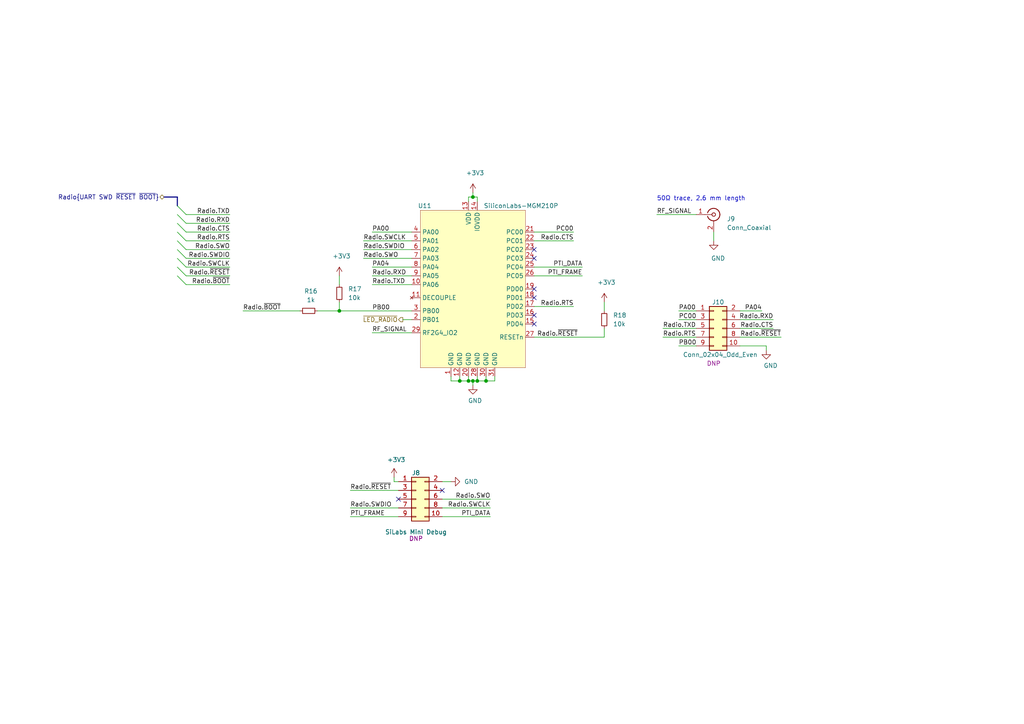
<source format=kicad_sch>
(kicad_sch (version 20210621) (generator eeschema)
  (paper "A4")
  (title_block (title "802.15.4 Radio (Zigbee/Thread)") (date "2021-01-12") (rev "0.1") (company "Nabu Casa") (comment 1 "www.nabucasa.com") (comment 2 "Light Blue"))
  (lib_symbols
    (symbol "Connector:Conn_Coaxial" (pin_names (offset 1.016) hide)
      (property "Reference" "J" (at 0.254 3.048 0))
      (property "Value" "Conn_Coaxial" (at 2.921 0 90))
      (symbol "Conn_Coaxial_0_1"
        (arc (start -1.778 0.508) (end 1.778 0) (radius (at -0.0508 0) (length 1.8034) (angles 163.6 0)) (stroke (width 0.254)))
        (arc (start 1.778 0) (end -1.778 -0.508) (radius (at -0.0254 0) (length 1.8034) (angles 0 -163.8)) (stroke (width 0.254)))
        (circle (center 0 0) (radius 0.508) (stroke (width 0.2032)))
        (polyline (pts (xy -2.54 0) (xy -0.508 0)))
        (polyline (pts (xy 0 -2.54) (xy 0 -1.778)))
      )
      (symbol "Conn_Coaxial_1_1"
        (pin passive line (at -5.08 0 0) (length 2.54) (name "In") (number "1"))
        (pin passive line (at 0 -5.08 90) (length 2.54) (name "Ext") (number "2"))
      )
    )
    (symbol "Connector_Generic:Conn_02x05_Odd_Even" (pin_names (offset 1.016) hide)
      (property "Reference" "J" (at 1.27 7.62 0))
      (property "Value" "Conn_02x05_Odd_Even" (at 1.27 -7.62 0))
      (symbol "Conn_02x05_Odd_Even_1_1"
        (rectangle (start -1.27 -4.953) (end 0 -5.207) (stroke (width 0.1524)))
        (rectangle (start -1.27 -2.413) (end 0 -2.667) (stroke (width 0.1524)))
        (rectangle (start -1.27 0.127) (end 0 -0.127) (stroke (width 0.1524)))
        (rectangle (start -1.27 2.667) (end 0 2.413) (stroke (width 0.1524)))
        (rectangle (start -1.27 5.207) (end 0 4.953) (stroke (width 0.1524)))
        (rectangle (start 3.81 -4.953) (end 2.54 -5.207) (stroke (width 0.1524)))
        (rectangle (start 3.81 -2.413) (end 2.54 -2.667) (stroke (width 0.1524)))
        (rectangle (start 3.81 0.127) (end 2.54 -0.127) (stroke (width 0.1524)))
        (rectangle (start 3.81 2.667) (end 2.54 2.413) (stroke (width 0.1524)))
        (rectangle (start 3.81 5.207) (end 2.54 4.953) (stroke (width 0.1524)))
        (rectangle (start -1.27 6.35) (end 3.81 -6.35) (stroke (width 0.254)) (fill (type background)))
        (pin passive line (at -5.08 5.08 0) (length 3.81) (name "Pin_1") (number "1"))
        (pin passive line (at 7.62 -5.08 180) (length 3.81) (name "Pin_10") (number "10"))
        (pin passive line (at 7.62 5.08 180) (length 3.81) (name "Pin_2") (number "2"))
        (pin passive line (at -5.08 2.54 0) (length 3.81) (name "Pin_3") (number "3"))
        (pin passive line (at 7.62 2.54 180) (length 3.81) (name "Pin_4") (number "4"))
        (pin passive line (at -5.08 0 0) (length 3.81) (name "Pin_5") (number "5"))
        (pin passive line (at 7.62 0 180) (length 3.81) (name "Pin_6") (number "6"))
        (pin passive line (at -5.08 -2.54 0) (length 3.81) (name "Pin_7") (number "7"))
        (pin passive line (at 7.62 -2.54 180) (length 3.81) (name "Pin_8") (number "8"))
        (pin passive line (at -5.08 -5.08 0) (length 3.81) (name "Pin_9") (number "9"))
      )
    )
    (symbol "Device:R_Small" (pin_numbers hide) (pin_names (offset 0.254) hide)
      (property "Reference" "R" (at 0.762 0.508 0))
      (property "Value" "R_Small" (at 0.762 -1.016 0))
      (symbol "R_Small_0_1"
        (rectangle (start -0.762 1.778) (end 0.762 -1.778) (stroke (width 0.2032)))
      )
      (symbol "R_Small_1_1"
        (pin passive line (at 0 2.54 270) (length 0.762) (name "~") (number "1"))
        (pin passive line (at 0 -2.54 90) (length 0.762) (name "~") (number "2"))
      )
    )
    (symbol "LightBlue:SiliconLabs-MGM210P"
      (property "Reference" "U" (at -13.97 24.13 0))
      (property "Value" "SiliconLabs-MGM210P" (at 19.05 -25.4 0))
      (symbol "SiliconLabs-MGM210P_0_1"
        (rectangle (start -15.24 22.86) (end 15.24 -22.86) (stroke (width 0.001)) (fill (type background)))
      )
      (symbol "SiliconLabs-MGM210P_1_1"
        (pin power_in line (at -6.35 -25.4 90) (length 2.54) (name "GND") (number "1"))
        (pin bidirectional line (at -17.78 1.27 0) (length 2.54) (name "PA06") (number "10"))
        (pin no_connect line (at -17.78 -2.54 0) (length 2.54) (name "DECOUPLE") (number "11"))
        (pin power_in line (at -3.81 -25.4 90) (length 2.54) (name "GND") (number "12"))
        (pin power_in line (at -1.27 25.4 270) (length 2.54) (name "VDD") (number "13"))
        (pin power_in line (at 1.27 25.4 270) (length 2.54) (name "IOVDD") (number "14"))
        (pin bidirectional line (at 17.78 -10.16 180) (length 2.54) (name "PD04") (number "15"))
        (pin bidirectional line (at 17.78 -7.62 180) (length 2.54) (name "PD03") (number "16"))
        (pin bidirectional line (at 17.78 -5.08 180) (length 2.54) (name "PD02") (number "17"))
        (pin bidirectional line (at 17.78 -2.54 180) (length 2.54) (name "PD01") (number "18"))
        (pin bidirectional line (at 17.78 0 180) (length 2.54) (name "PD00") (number "19"))
        (pin bidirectional line (at -17.78 -8.89 0) (length 2.54) (name "PB01") (number "2"))
        (pin power_in line (at -1.27 -25.4 90) (length 2.54) (name "GND") (number "20"))
        (pin bidirectional line (at 17.78 16.51 180) (length 2.54) (name "PC00") (number "21"))
        (pin bidirectional line (at 17.78 13.97 180) (length 2.54) (name "PC01") (number "22"))
        (pin bidirectional line (at 17.78 11.43 180) (length 2.54) (name "PC02") (number "23"))
        (pin bidirectional line (at 17.78 8.89 180) (length 2.54) (name "PC03") (number "24"))
        (pin bidirectional line (at 17.78 6.35 180) (length 2.54) (name "PC04") (number "25"))
        (pin bidirectional line (at 17.78 3.81 180) (length 2.54) (name "PC05") (number "26"))
        (pin bidirectional line (at 17.78 -13.97 180) (length 2.54) (name "RESETn") (number "27"))
        (pin power_in line (at 1.27 -25.4 90) (length 2.54) (name "GND") (number "28"))
        (pin input line (at -17.78 -12.7 0) (length 2.54) (name "RF2G4_IO2") (number "29"))
        (pin bidirectional line (at -17.78 -6.35 0) (length 2.54) (name "PB00") (number "3"))
        (pin power_in line (at 3.81 -25.4 90) (length 2.54) (name "GND") (number "30"))
        (pin power_in line (at 6.35 -25.4 90) (length 2.54) (name "GND") (number "31"))
        (pin bidirectional line (at -17.78 16.51 0) (length 2.54) (name "PA00") (number "4"))
        (pin bidirectional line (at -17.78 13.97 0) (length 2.54) (name "PA01") (number "5"))
        (pin bidirectional line (at -17.78 11.43 0) (length 2.54) (name "PA02") (number "6"))
        (pin bidirectional line (at -17.78 8.89 0) (length 2.54) (name "PA03") (number "7"))
        (pin bidirectional line (at -17.78 6.35 0) (length 2.54) (name "PA04") (number "8"))
        (pin bidirectional line (at -17.78 3.81 0) (length 2.54) (name "PA05") (number "9"))
      )
    )
    (symbol "power:+3V3" (power) (pin_names (offset 0))
      (property "Value" "+3V3" (at 0 3.556 0))
      (symbol "+3V3_0_1"
        (polyline (pts (xy -0.762 1.27) (xy 0 2.54)))
        (polyline (pts (xy 0 0) (xy 0 2.54)))
        (polyline (pts (xy 0 2.54) (xy 0.762 1.27)))
      )
      (symbol "+3V3_1_1"
        (pin power_in line (at 0 0 90) (length 0) hide (name "+3V3") (number "1"))
      )
    )
    (symbol "power:GND" (power) (pin_names (offset 0))
      (property "Value" "GND" (at 0 -3.81 0))
      (symbol "GND_0_1"
        (polyline (pts (xy 0 0) (xy 0 -1.27) (xy 1.27 -1.27) (xy 0 -2.54) (xy -1.27 -1.27) (xy 0 -1.27)))
      )
      (symbol "GND_1_1"
        (pin power_in line (at 0 0 270) (length 0) hide (name "GND") (number "1"))
      )
    )
  )
  (bus_alias "SWD" (members "SWDIO" "SWCLK" "SWO"))
  (junction (at 98.425 90.17) (diameter 0.9144))
  (junction (at 133.35 110.49) (diameter 0.9144))
  (junction (at 135.89 110.49) (diameter 0.9144))
  (junction (at 137.16 57.15) (diameter 0.9144))
  (junction (at 137.16 110.49) (diameter 0.9144))
  (junction (at 138.43 110.49) (diameter 0.9144))
  (junction (at 140.97 110.49) (diameter 0.9144))
  (no_connect (at 115.57 144.78))
  (no_connect (at 128.27 142.24))
  (no_connect (at 154.94 72.39))
  (no_connect (at 154.94 74.93))
  (no_connect (at 154.94 83.82))
  (no_connect (at 154.94 86.36))
  (no_connect (at 154.94 91.44))
  (no_connect (at 154.94 93.98))
  (bus_entry (at 51.435 59.69) (size 2.54 2.54) (stroke (width 0.1524)))
  (bus_entry (at 51.435 62.23) (size 2.54 2.54) (stroke (width 0.1524)))
  (bus_entry (at 51.435 64.77) (size 2.54 2.54) (stroke (width 0.1524)))
  (bus_entry (at 51.435 67.31) (size 2.54 2.54) (stroke (width 0.1524)))
  (bus_entry (at 51.435 69.85) (size 2.54 2.54) (stroke (width 0.1524)))
  (bus_entry (at 51.435 72.39) (size 2.54 2.54) (stroke (width 0.1524)))
  (bus_entry (at 51.435 74.93) (size 2.54 2.54) (stroke (width 0.1524)))
  (bus_entry (at 51.435 77.47) (size 2.54 2.54) (stroke (width 0.1524)))
  (bus_entry (at 51.435 80.01) (size 2.54 2.54) (stroke (width 0.1524)))
  (wire (pts (xy 53.975 62.23) (xy 66.675 62.23)))
  (wire (pts (xy 53.975 64.77) (xy 66.675 64.77)))
  (wire (pts (xy 53.975 67.31) (xy 66.675 67.31)))
  (wire (pts (xy 53.975 69.85) (xy 66.675 69.85)))
  (wire (pts (xy 53.975 72.39) (xy 66.675 72.39)))
  (wire (pts (xy 53.975 74.93) (xy 66.675 74.93)))
  (wire (pts (xy 53.975 77.47) (xy 66.675 77.47)))
  (wire (pts (xy 53.975 80.01) (xy 66.675 80.01)))
  (wire (pts (xy 53.975 82.55) (xy 66.675 82.55)))
  (wire (pts (xy 70.485 90.17) (xy 86.995 90.17)))
  (wire (pts (xy 92.075 90.17) (xy 98.425 90.17)))
  (wire (pts (xy 98.425 80.01) (xy 98.425 82.55)))
  (wire (pts (xy 98.425 87.63) (xy 98.425 90.17)))
  (wire (pts (xy 98.425 90.17) (xy 119.38 90.17)))
  (wire (pts (xy 101.6 142.24) (xy 115.57 142.24)))
  (wire (pts (xy 101.6 147.32) (xy 115.57 147.32)))
  (wire (pts (xy 101.6 149.86) (xy 115.57 149.86)))
  (wire (pts (xy 105.41 69.85) (xy 119.38 69.85)))
  (wire (pts (xy 105.41 72.39) (xy 119.38 72.39)))
  (wire (pts (xy 105.41 74.93) (xy 119.38 74.93)))
  (wire (pts (xy 107.95 80.01) (xy 119.38 80.01)))
  (wire (pts (xy 107.95 82.55) (xy 119.38 82.55)))
  (wire (pts (xy 107.95 96.52) (xy 119.38 96.52)))
  (wire (pts (xy 114.3 138.43) (xy 114.3 139.7)))
  (wire (pts (xy 114.3 139.7) (xy 115.57 139.7)))
  (wire (pts (xy 116.84 92.71) (xy 119.38 92.71)))
  (wire (pts (xy 119.38 67.31) (xy 107.95 67.31)))
  (wire (pts (xy 119.38 77.47) (xy 107.95 77.47)))
  (wire (pts (xy 128.27 139.7) (xy 130.81 139.7)))
  (wire (pts (xy 130.81 110.49) (xy 130.81 109.22)))
  (wire (pts (xy 133.35 109.22) (xy 133.35 110.49)))
  (wire (pts (xy 133.35 110.49) (xy 130.81 110.49)))
  (wire (pts (xy 135.89 57.15) (xy 135.89 58.42)))
  (wire (pts (xy 135.89 109.22) (xy 135.89 110.49)))
  (wire (pts (xy 135.89 110.49) (xy 133.35 110.49)))
  (wire (pts (xy 137.16 55.88) (xy 137.16 57.15)))
  (wire (pts (xy 137.16 57.15) (xy 135.89 57.15)))
  (wire (pts (xy 137.16 57.15) (xy 138.43 57.15)))
  (wire (pts (xy 137.16 110.49) (xy 135.89 110.49)))
  (wire (pts (xy 137.16 110.49) (xy 138.43 110.49)))
  (wire (pts (xy 137.16 111.76) (xy 137.16 110.49)))
  (wire (pts (xy 138.43 57.15) (xy 138.43 58.42)))
  (wire (pts (xy 138.43 110.49) (xy 138.43 109.22)))
  (wire (pts (xy 138.43 110.49) (xy 140.97 110.49)))
  (wire (pts (xy 140.97 110.49) (xy 140.97 109.22)))
  (wire (pts (xy 140.97 110.49) (xy 143.51 110.49)))
  (wire (pts (xy 142.24 144.78) (xy 128.27 144.78)))
  (wire (pts (xy 142.24 147.32) (xy 128.27 147.32)))
  (wire (pts (xy 142.24 149.86) (xy 128.27 149.86)))
  (wire (pts (xy 143.51 110.49) (xy 143.51 109.22)))
  (wire (pts (xy 154.94 67.31) (xy 166.37 67.31)))
  (wire (pts (xy 154.94 69.85) (xy 166.37 69.85)))
  (wire (pts (xy 154.94 88.9) (xy 166.37 88.9)))
  (wire (pts (xy 154.94 97.79) (xy 175.26 97.79)))
  (wire (pts (xy 168.91 77.47) (xy 154.94 77.47)))
  (wire (pts (xy 168.91 80.01) (xy 154.94 80.01)))
  (wire (pts (xy 175.26 87.63) (xy 175.26 90.17)))
  (wire (pts (xy 175.26 95.25) (xy 175.26 97.79)))
  (wire (pts (xy 190.5 62.23) (xy 201.93 62.23)))
  (wire (pts (xy 192.278 95.25) (xy 201.93 95.25)))
  (wire (pts (xy 192.278 97.79) (xy 201.93 97.79)))
  (wire (pts (xy 196.85 90.17) (xy 201.93 90.17)))
  (wire (pts (xy 196.85 92.71) (xy 201.93 92.71)))
  (wire (pts (xy 196.85 100.33) (xy 201.93 100.33)))
  (wire (pts (xy 207.01 67.31) (xy 207.01 69.85)))
  (wire (pts (xy 214.63 92.71) (xy 224.282 92.71)))
  (wire (pts (xy 214.63 95.25) (xy 224.282 95.25)))
  (wire (pts (xy 214.63 97.79) (xy 226.568 97.79)))
  (wire (pts (xy 220.98 90.17) (xy 214.63 90.17)))
  (wire (pts (xy 222.25 100.33) (xy 214.63 100.33)))
  (wire (pts (xy 222.25 101.6) (xy 222.25 100.33)))
  (bus (pts (xy 47.625 57.15) (xy 51.435 57.15)))
  (bus (pts (xy 51.435 57.15) (xy 51.435 80.01)))
  (text "50Ω trace, 2.6 mm length" (at 190.5 58.42 0) (effects (font (size 1.27 1.27)) (justify left bottom)))
  (label "Radio.TXD" (at 66.675 62.23 180))
  (label "Radio.RXD" (at 66.675 64.77 180))
  (label "Radio.CTS" (at 66.675 67.31 180))
  (label "Radio.RTS" (at 66.675 69.85 180))
  (label "Radio.SWO" (at 66.675 72.39 180))
  (label "Radio.SWDIO" (at 66.675 74.93 180))
  (label "Radio.SWCLK" (at 66.675 77.47 180))
  (label "Radio.~{RESET}" (at 66.675 80.01 180))
  (label "Radio.~{BOOT}" (at 66.675 82.55 180))
  (label "Radio.~{BOOT}" (at 70.485 90.17 0))
  (label "Radio.~{RESET}" (at 101.6 142.24 0))
  (label "Radio.SWDIO" (at 101.6 147.32 0))
  (label "PTI_FRAME" (at 101.6 149.86 0))
  (label "Radio.SWCLK" (at 105.41 69.85 0))
  (label "Radio.SWDIO" (at 105.41 72.39 0))
  (label "Radio.SWO" (at 105.41 74.93 0))
  (label "PA00" (at 107.95 67.31 0))
  (label "PA04" (at 107.95 77.47 0))
  (label "Radio.RXD" (at 107.95 80.01 0))
  (label "Radio.TXD" (at 107.95 82.55 0))
  (label "PB00" (at 107.95 90.17 0))
  (label "RF_SIGNAL" (at 107.95 96.52 0))
  (label "Radio.SWO" (at 142.24 144.78 180))
  (label "Radio.SWCLK" (at 142.24 147.32 180))
  (label "PTI_DATA" (at 142.24 149.86 180))
  (label "PC00" (at 166.37 67.31 180))
  (label "Radio.CTS" (at 166.37 69.85 180))
  (label "Radio.RTS" (at 166.37 88.9 180))
  (label "Radio.~{RESET}" (at 167.64 97.79 180))
  (label "PTI_DATA" (at 168.91 77.47 180))
  (label "PTI_FRAME" (at 168.91 80.01 180))
  (label "RF_SIGNAL" (at 190.5 62.23 0))
  (label "Radio.TXD" (at 192.278 95.25 0))
  (label "Radio.RTS" (at 192.278 97.79 0))
  (label "PA00" (at 196.85 90.17 0))
  (label "PC00" (at 196.85 92.71 0))
  (label "PB00" (at 196.85 100.33 0))
  (label "PA04" (at 220.98 90.17 180))
  (label "Radio.RXD" (at 224.282 92.71 180))
  (label "Radio.CTS" (at 224.282 95.25 180))
  (label "Radio.~{RESET}" (at 226.568 97.79 180))
  (hierarchical_label "Radio{UART SWD ~{RESET} ~{BOOT}}" (shape bidirectional) (at 47.625 57.15 180))
  (hierarchical_label "~{LED_RADIO}" (shape output) (at 116.84 92.71 180))
  (symbol (lib_id "power:+3V3") (at 98.425 80.01 0) (unit 1)
    (property "Reference" "#PWR055" (effects hide))
    (property "Value" "+3V3" (at 99.06 74.295 0))
  )
  (symbol (lib_id "power:+3V3") (at 114.3 138.43 0) (unit 1)
    (property "Reference" "#PWR056" (effects hide))
    (property "Value" "+3V3" (at 114.935 133.35 0))
  )
  (symbol (lib_id "power:+3V3") (at 137.16 55.88 0) (unit 1)
    (property "Reference" "#PWR058" (effects hide))
    (property "Value" "+3V3" (at 137.795 50.165 0))
  )
  (symbol (lib_id "power:+3V3") (at 175.26 87.63 0) (unit 1)
    (property "Reference" "#PWR060" (effects hide))
    (property "Value" "+3V3" (at 175.895 81.915 0))
  )
  (symbol (lib_id "power:GND") (at 130.81 139.7 90) (unit 1)
    (property "Reference" "#PWR057" (effects hide))
    (property "Value" "GND" (at 134.62 139.7 90) (effects (justify right)))
  )
  (symbol (lib_id "power:GND") (at 137.16 111.76 0) (unit 1)
    (property "Reference" "#PWR059" (effects hide))
    (property "Value" "GND" (at 137.795 116.205 0))
  )
  (symbol (lib_id "power:GND") (at 207.01 69.85 0) (unit 1)
    (property "Reference" "#PWR061" (effects hide))
    (property "Value" "GND" (at 208.28 74.93 0))
  )
  (symbol (lib_id "power:GND") (at 222.25 101.6 0) (unit 1)
    (property "Reference" "#PWR062" (effects hide))
    (property "Value" "GND" (at 223.52 106.045 0))
  )
  (symbol (lib_id "Device:R_Small") (at 89.535 90.17 90) (unit 1)
    (property "Reference" "R16" (at 90.17 84.455 90))
    (property "Value" "1k" (at 90.17 86.995 90))
    (property "Footprint" "Resistor_SMD:R_0402_1005Metric" (effects hide))
  )
  (symbol (lib_id "Device:R_Small") (at 98.425 85.09 180) (unit 1)
    (property "Reference" "R17" (at 100.965 83.82 0) (effects (justify right)))
    (property "Value" "10k" (at 100.965 86.36 0) (effects (justify right)))
    (property "Footprint" "Resistor_SMD:R_0402_1005Metric" (effects hide))
  )
  (symbol (lib_id "Device:R_Small") (at 175.26 92.71 180) (unit 1)
    (property "Reference" "R18" (at 177.8 91.44 0) (effects (justify right)))
    (property "Value" "10k" (at 177.8 93.98 0) (effects (justify right)))
    (property "Footprint" "Resistor_SMD:R_0402_1005Metric" (effects hide))
  )
  (symbol (lib_id "Connector:Conn_Coaxial") (at 207.01 62.23 0) (unit 1)
    (property "Reference" "J9" (at 210.82 63.5 0) (effects (justify left)))
    (property "Value" "Conn_Coaxial" (at 210.82 66.04 0) (effects (justify left)))
    (property "Footprint" "Connector_Coaxial:U.FL_Hirose_U.FL-R-SMT-1_Vertical" (effects hide))
    (property "Datasheet" " ~" (effects hide))
    (property "Manufacturer" "Linx Technologies" (effects hide))
    (property "PartNumber" "CONUFL001-SMD-T" (effects hide))
  )
  (symbol (lib_id "Connector_Generic:Conn_02x05_Odd_Even") (at 120.65 144.78 0) (unit 1)
    (property "Reference" "J8" (at 120.65 137.16 0))
    (property "Value" "SiLabs Mini Debug" (at 120.65 154.305 0))
    (property "Footprint" "Connector_PinHeader_1.27mm:PinHeader_2x05_P1.27mm_Vertical" (effects hide))
    (property "Config" "DNP" (at 120.65 156.21 0))
  )
  (symbol (lib_id "Connector_Generic:Conn_02x05_Odd_Even") (at 207.01 95.25 0) (unit 1)
    (property "Reference" "J10" (at 208.28 87.63 0))
    (property "Value" "Conn_02x04_Odd_Even" (at 208.915 102.87 0))
    (property "Footprint" "Connector_PinHeader_1.27mm:PinHeader_2x05_P1.27mm_Vertical" (effects hide))
    (property "Config" "DNP" (at 207.01 105.41 0))
    (property "Manufacturer" "Adam Tech" (effects hide))
    (property "PartNumber" "PH2-08-UA" (effects hide))
  )
  (symbol (lib_id "LightBlue:SiliconLabs-MGM210P") (at 137.16 83.82 0) (unit 1)
    (property "Reference" "U11" (at 123.19 59.69 0))
    (property "Value" "SiliconLabs-MGM210P" (at 151.13 59.69 0))
    (property "Footprint" "LightBlue:SiliconLabs_MGM210P" (effects hide))
    (property "Datasheet" "https://www.silabs.com/documents/public/data-sheets/mgm210p-datasheet.pdf" (effects hide))
    (property "Manufacturer" "Silicon Laboratories" (effects hide))
    (property "PartNumber" "MGM210PA32JIA2" (effects hide))
  )
)
</source>
